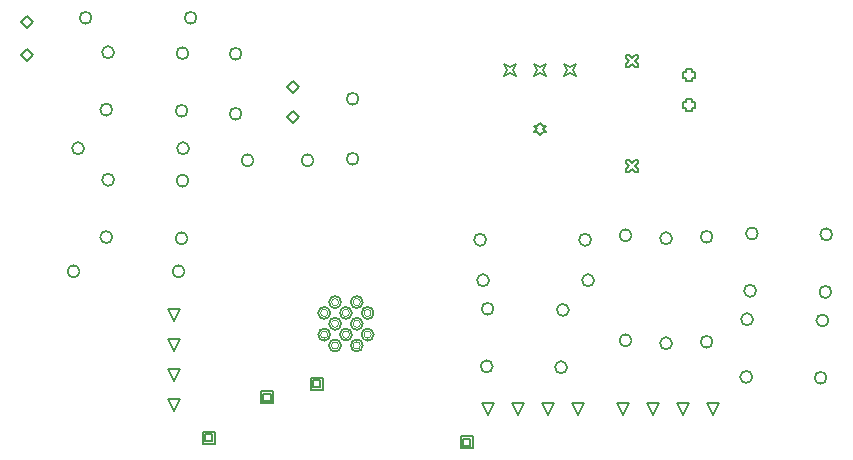
<source format=gbr>
G04*
G04 #@! TF.GenerationSoftware,Altium Limited,Altium Designer,25.0.2 (28)*
G04*
G04 Layer_Color=2752767*
%FSLAX44Y44*%
%MOMM*%
G71*
G04*
G04 #@! TF.SameCoordinates,D42C59B9-CDD2-46E9-AE24-7A473A00D307*
G04*
G04*
G04 #@! TF.FilePolarity,Positive*
G04*
G01*
G75*
%ADD13C,0.1270*%
%ADD68C,0.1693*%
%ADD69C,0.1016*%
D13*
X1047750Y718820D02*
X1050290Y721360D01*
X1052830D01*
X1050290Y723900D01*
X1052830Y726440D01*
X1050290D01*
X1047750Y728980D01*
X1045210Y726440D01*
X1042670D01*
X1045210Y723900D01*
X1042670Y721360D01*
X1045210D01*
X1047750Y718820D01*
X1068070Y768820D02*
X1070610Y773900D01*
X1068070Y778980D01*
X1073150Y776440D01*
X1078230Y778980D01*
X1075690Y773900D01*
X1078230Y768820D01*
X1073150Y771360D01*
X1068070Y768820D01*
X1042670D02*
X1045210Y773900D01*
X1042670Y778980D01*
X1047750Y776440D01*
X1052830Y778980D01*
X1050290Y773900D01*
X1052830Y768820D01*
X1047750Y771360D01*
X1042670Y768820D01*
X1017270D02*
X1019810Y773900D01*
X1017270Y778980D01*
X1022350Y776440D01*
X1027430Y778980D01*
X1024890Y773900D01*
X1027430Y768820D01*
X1022350Y771360D01*
X1017270Y768820D01*
X737870Y561340D02*
X732790Y571500D01*
X742950D01*
X737870Y561340D01*
Y535940D02*
X732790Y546100D01*
X742950D01*
X737870Y535940D01*
Y510540D02*
X732790Y520700D01*
X742950D01*
X737870Y510540D01*
Y485140D02*
X732790Y495300D01*
X742950D01*
X737870Y485140D01*
X1003300Y481330D02*
X998220Y491490D01*
X1008380D01*
X1003300Y481330D01*
X1028700D02*
X1023620Y491490D01*
X1033780D01*
X1028700Y481330D01*
X1054100D02*
X1049020Y491490D01*
X1059180D01*
X1054100Y481330D01*
X1079500D02*
X1074420Y491490D01*
X1084580D01*
X1079500Y481330D01*
X1170940Y767080D02*
Y764540D01*
X1176020D01*
Y767080D01*
X1178560D01*
Y772160D01*
X1176020D01*
Y774700D01*
X1170940D01*
Y772160D01*
X1168400D01*
Y767080D01*
X1170940D01*
Y741680D02*
Y739140D01*
X1176020D01*
Y741680D01*
X1178560D01*
Y746760D01*
X1176020D01*
Y749300D01*
X1170940D01*
Y746760D01*
X1168400D01*
Y741680D01*
X1170940D01*
X1120140Y775970D02*
X1122680D01*
X1125220Y778510D01*
X1127760Y775970D01*
X1130300D01*
Y778510D01*
X1127760Y781050D01*
X1130300Y783590D01*
Y786130D01*
X1127760D01*
X1125220Y783590D01*
X1122680Y786130D01*
X1120140D01*
Y783590D01*
X1122680Y781050D01*
X1120140Y778510D01*
Y775970D01*
Y687070D02*
X1122680D01*
X1125220Y689610D01*
X1127760Y687070D01*
X1130300D01*
Y689610D01*
X1127760Y692150D01*
X1130300Y694690D01*
Y697230D01*
X1127760D01*
X1125220Y694690D01*
X1122680Y697230D01*
X1120140D01*
Y694690D01*
X1122680Y692150D01*
X1120140Y689610D01*
Y687070D01*
X833120Y759460D02*
X838200Y764540D01*
X843280Y759460D01*
X838200Y754380D01*
X833120Y759460D01*
Y734060D02*
X838200Y739140D01*
X843280Y734060D01*
X838200Y728980D01*
X833120Y734060D01*
X1117600Y481330D02*
X1112520Y491490D01*
X1122680D01*
X1117600Y481330D01*
X1143000D02*
X1137920Y491490D01*
X1148080D01*
X1143000Y481330D01*
X1168400D02*
X1163320Y491490D01*
X1173480D01*
X1168400Y481330D01*
X1193800D02*
X1188720Y491490D01*
X1198880D01*
X1193800Y481330D01*
X608330Y786130D02*
X613410Y791210D01*
X618490Y786130D01*
X613410Y781050D01*
X608330Y786130D01*
Y814070D02*
X613410Y819150D01*
X618490Y814070D01*
X613410Y808990D01*
X608330Y814070D01*
X811530Y491420D02*
Y501580D01*
X821690D01*
Y491420D01*
X811530D01*
X813562Y493452D02*
Y499548D01*
X819658D01*
Y493452D01*
X813562D01*
X762000Y457200D02*
Y467360D01*
X772160D01*
Y457200D01*
X762000D01*
X764032Y459232D02*
Y465328D01*
X770128D01*
Y459232D01*
X764032D01*
X980440Y453390D02*
Y463550D01*
X990600D01*
Y453390D01*
X980440D01*
X982472Y455422D02*
Y461518D01*
X988568D01*
Y455422D01*
X982472D01*
X853440Y502920D02*
Y513080D01*
X863600D01*
Y502920D01*
X853440D01*
X855472Y504952D02*
Y511048D01*
X861568D01*
Y504952D01*
X855472D01*
D68*
X897605Y540450D02*
G03*
X897605Y540450I-5080J0D01*
G01*
X879255D02*
G03*
X879255Y540450I-5080J0D01*
G01*
X906780Y549625D02*
G03*
X906780Y549625I-5080J0D01*
G01*
X888430D02*
G03*
X888430Y549625I-5080J0D01*
G01*
X870080D02*
G03*
X870080Y549625I-5080J0D01*
G01*
X897605Y558800D02*
G03*
X897605Y558800I-5080J0D01*
G01*
X879255D02*
G03*
X879255Y558800I-5080J0D01*
G01*
X906780Y567975D02*
G03*
X906780Y567975I-5080J0D01*
G01*
X888430D02*
G03*
X888430Y567975I-5080J0D01*
G01*
X870080D02*
G03*
X870080Y567975I-5080J0D01*
G01*
X897605Y577150D02*
G03*
X897605Y577150I-5080J0D01*
G01*
X879255D02*
G03*
X879255Y577150I-5080J0D01*
G01*
X687070Y788670D02*
G03*
X687070Y788670I-5080J0D01*
G01*
X749300Y739140D02*
G03*
X749300Y739140I-5080J0D01*
G01*
X750062Y787908D02*
G03*
X750062Y787908I-5080J0D01*
G01*
X685546Y740156D02*
G03*
X685546Y740156I-5080J0D01*
G01*
X1004570Y595630D02*
G03*
X1004570Y595630I-5080J0D01*
G01*
X1093470D02*
G03*
X1093470Y595630I-5080J0D01*
G01*
X657860Y603250D02*
G03*
X657860Y603250I-5080J0D01*
G01*
X746760D02*
G03*
X746760Y603250I-5080J0D01*
G01*
X661670Y707390D02*
G03*
X661670Y707390I-5080J0D01*
G01*
X750570D02*
G03*
X750570Y707390I-5080J0D01*
G01*
X1070610Y521970D02*
G03*
X1070610Y521970I-5080J0D01*
G01*
X1008380Y571500D02*
G03*
X1008380Y571500I-5080J0D01*
G01*
X1007618Y522732D02*
G03*
X1007618Y522732I-5080J0D01*
G01*
X1072134Y570484D02*
G03*
X1072134Y570484I-5080J0D01*
G01*
X687070Y680720D02*
G03*
X687070Y680720I-5080J0D01*
G01*
X749300Y631190D02*
G03*
X749300Y631190I-5080J0D01*
G01*
X750062Y679958D02*
G03*
X750062Y679958I-5080J0D01*
G01*
X685546Y632206D02*
G03*
X685546Y632206I-5080J0D01*
G01*
X1159510Y631190D02*
G03*
X1159510Y631190I-5080J0D01*
G01*
Y542290D02*
G03*
X1159510Y542290I-5080J0D01*
G01*
X1090930Y629920D02*
G03*
X1090930Y629920I-5080J0D01*
G01*
X1002030D02*
G03*
X1002030Y629920I-5080J0D01*
G01*
X894080Y749300D02*
G03*
X894080Y749300I-5080J0D01*
G01*
Y698500D02*
G03*
X894080Y698500I-5080J0D01*
G01*
X855980Y697230D02*
G03*
X855980Y697230I-5080J0D01*
G01*
X805180D02*
G03*
X805180Y697230I-5080J0D01*
G01*
X795020Y736600D02*
G03*
X795020Y736600I-5080J0D01*
G01*
Y787400D02*
G03*
X795020Y787400I-5080J0D01*
G01*
X1193800Y543560D02*
G03*
X1193800Y543560I-5080J0D01*
G01*
Y632460D02*
G03*
X1193800Y632460I-5080J0D01*
G01*
X1125220Y544830D02*
G03*
X1125220Y544830I-5080J0D01*
G01*
Y633730D02*
G03*
X1125220Y633730I-5080J0D01*
G01*
X1232154Y635254D02*
G03*
X1232154Y635254I-5080J0D01*
G01*
X1294384Y585724D02*
G03*
X1294384Y585724I-5080J0D01*
G01*
X1295146Y634492D02*
G03*
X1295146Y634492I-5080J0D01*
G01*
X1230630Y586740D02*
G03*
X1230630Y586740I-5080J0D01*
G01*
X1290320Y513080D02*
G03*
X1290320Y513080I-5080J0D01*
G01*
X1228090Y562610D02*
G03*
X1228090Y562610I-5080J0D01*
G01*
X1227328Y513842D02*
G03*
X1227328Y513842I-5080J0D01*
G01*
X1291844Y561594D02*
G03*
X1291844Y561594I-5080J0D01*
G01*
X668020Y817880D02*
G03*
X668020Y817880I-5080J0D01*
G01*
X756920D02*
G03*
X756920Y817880I-5080J0D01*
G01*
D69*
X895573Y540450D02*
G03*
X895573Y540450I-3048J0D01*
G01*
X877223D02*
G03*
X877223Y540450I-3048J0D01*
G01*
X904748Y549625D02*
G03*
X904748Y549625I-3048J0D01*
G01*
X886398D02*
G03*
X886398Y549625I-3048J0D01*
G01*
X868048D02*
G03*
X868048Y549625I-3048J0D01*
G01*
X895573Y558800D02*
G03*
X895573Y558800I-3048J0D01*
G01*
X877223D02*
G03*
X877223Y558800I-3048J0D01*
G01*
X904748Y567975D02*
G03*
X904748Y567975I-3048J0D01*
G01*
X886398D02*
G03*
X886398Y567975I-3048J0D01*
G01*
X868048D02*
G03*
X868048Y567975I-3048J0D01*
G01*
X895573Y577150D02*
G03*
X895573Y577150I-3048J0D01*
G01*
X877223D02*
G03*
X877223Y577150I-3048J0D01*
G01*
M02*

</source>
